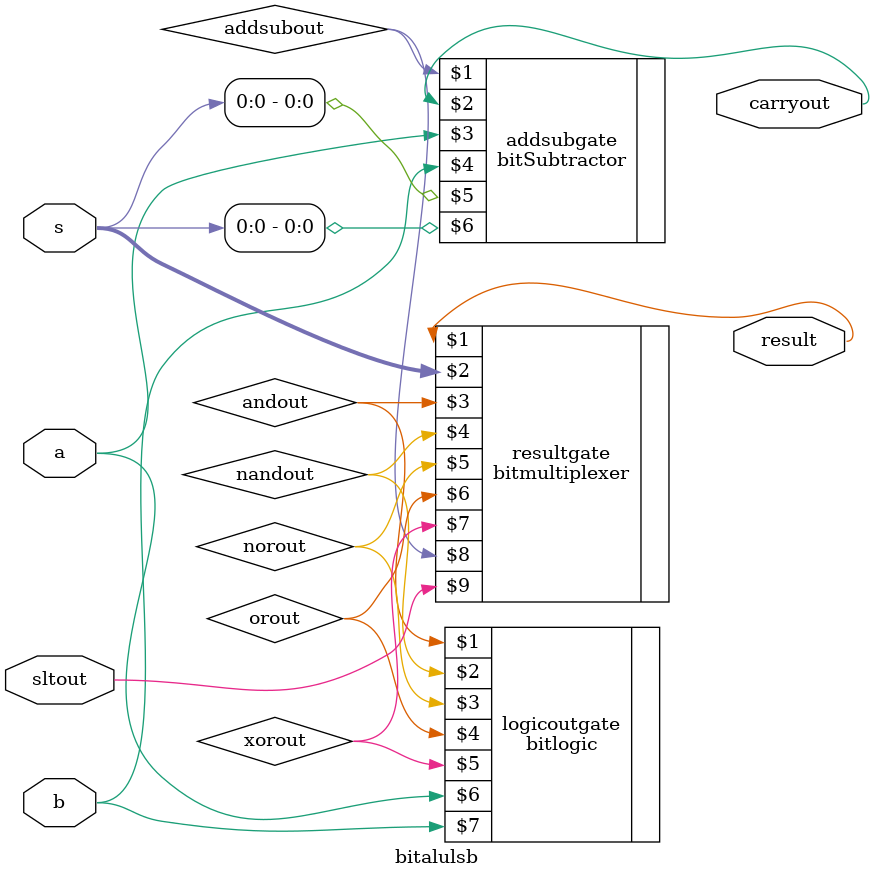
<source format=v>
/* Implementation of a bit-slice ALU specifc for LSB
 *
 * Lacks
 *
 * Nathan Estill, Mark Goldwater, and Evan New-Schmidt
 * Olin Computer Architecture, Fall 2019
 */
`ifndef _bitalulsb_v
`define _bitalulsb_v

`include "ALU/util.v"
`include "ALU/bitsubtractor.v"
`include "ALU/bitlogic.v"
`include "ALU/bitmultiplexer.v"

module bitalulsb
(
  output result, //the total result of the alu
  output carryout, // the carryout of the alu
  input a, // the bit of that part of a
  input b, // the bit of that part of b
  input[2:0] s, // select bits
  input sltout // the SLT bit
);
  wire addsubout;
  wire carryout;
  wire andout;
  wire nandout;
  wire norout;
  wire orout;
  wire xorout;
  bitSubtractor addsubgate(addsubout,carryout,a,b,s[0],s[0]);
  bitlogic logicoutgate(andout,nandout,norout,orout,xorout,a,b);
  bitmultiplexer resultgate(result,s[2:0],andout,nandout,norout,orout,xorout,addsubout,sltout);
endmodule

`endif

</source>
